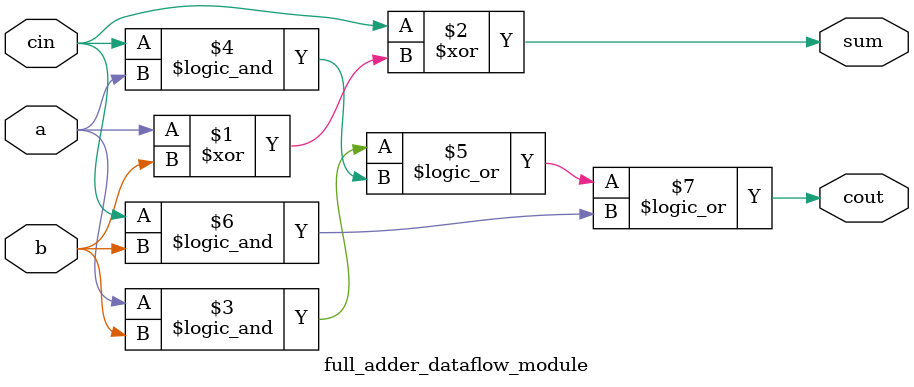
<source format=v>


module full_adder_dataflow_module (a, b, cin, sum, cout);
	input a, b, cin;
	output sum, cout;
	
	//sum
	assign sum = (cin^(a^b)); 
	//Fill this out

	//cout
	assign cout = ((a&&b)||(cin&&a)||(cin&&b)); 
	//Fill this out
	
endmodule
</source>
